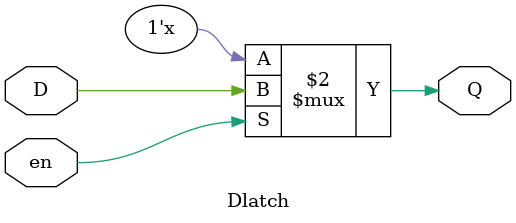
<source format=sv>
module Dlatch(
	input wire D,
	input wire en,
	output reg Q
);
always @(*) begin
	if(en)
    	Q <= D;
end
endmodule 
</source>
